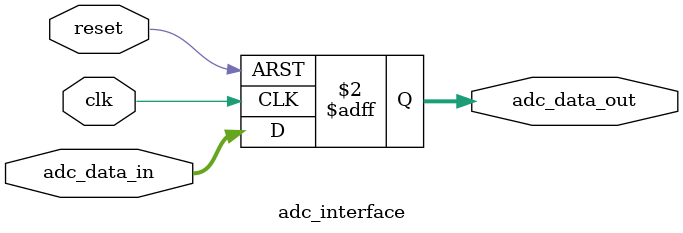
<source format=sv>
`timescale 1ns / 1ps


module adc_interface (
    input  wire        clk,
    input  wire        reset,
    // ADC input signals
    input  wire [11:0] adc_data_in,
    // Processed output
    output reg  [11:0] adc_data_out
);
    always @(posedge clk or posedge reset) begin
        if (reset) begin
            adc_data_out <= 12'd0;
        end else begin
            adc_data_out <= adc_data_in;
        end
    end
endmodule


</source>
